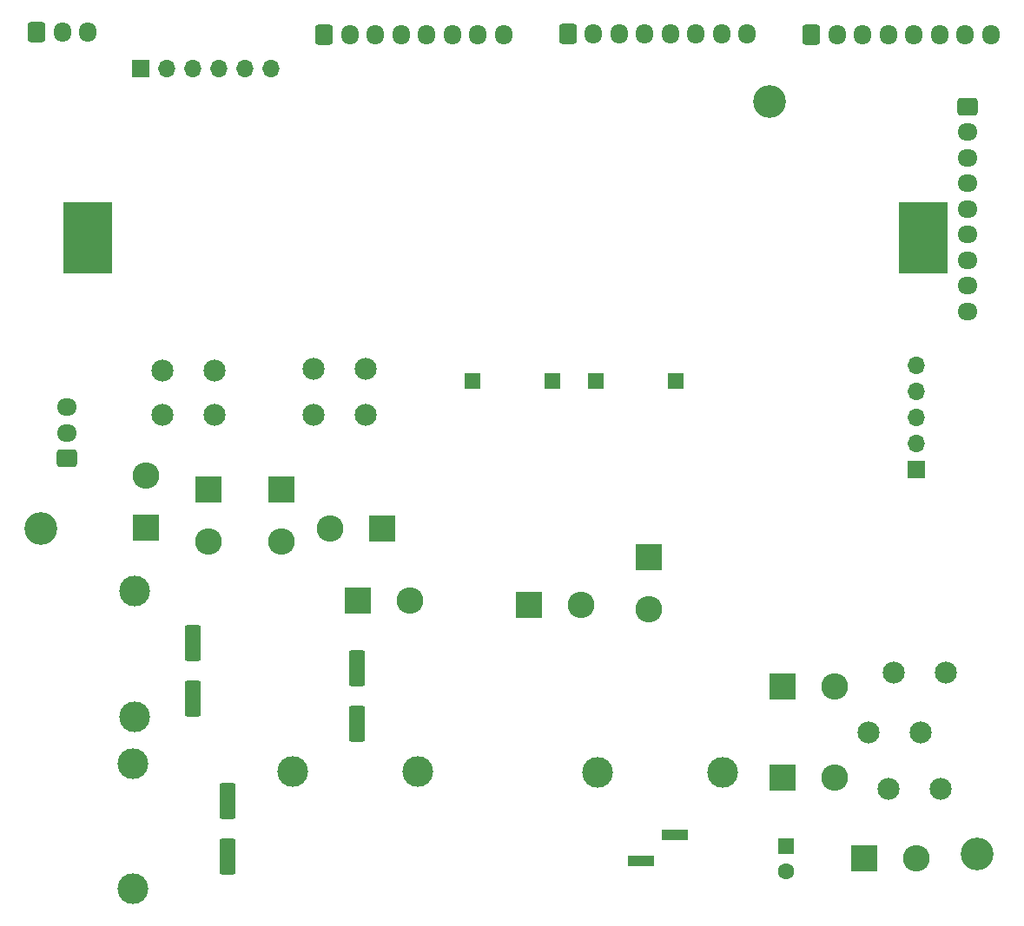
<source format=gbr>
%TF.GenerationSoftware,KiCad,Pcbnew,6.0.5-a6ca702e91~116~ubuntu20.04.1*%
%TF.CreationDate,2022-05-20T12:06:46-05:00*%
%TF.ProjectId,Easyrun,45617379-7275-46e2-9e6b-696361645f70,rev?*%
%TF.SameCoordinates,Original*%
%TF.FileFunction,Soldermask,Bot*%
%TF.FilePolarity,Negative*%
%FSLAX46Y46*%
G04 Gerber Fmt 4.6, Leading zero omitted, Abs format (unit mm)*
G04 Created by KiCad (PCBNEW 6.0.5-a6ca702e91~116~ubuntu20.04.1) date 2022-05-20 12:06:46*
%MOMM*%
%LPD*%
G01*
G04 APERTURE LIST*
G04 Aperture macros list*
%AMRoundRect*
0 Rectangle with rounded corners*
0 $1 Rounding radius*
0 $2 $3 $4 $5 $6 $7 $8 $9 X,Y pos of 4 corners*
0 Add a 4 corners polygon primitive as box body*
4,1,4,$2,$3,$4,$5,$6,$7,$8,$9,$2,$3,0*
0 Add four circle primitives for the rounded corners*
1,1,$1+$1,$2,$3*
1,1,$1+$1,$4,$5*
1,1,$1+$1,$6,$7*
1,1,$1+$1,$8,$9*
0 Add four rect primitives between the rounded corners*
20,1,$1+$1,$2,$3,$4,$5,0*
20,1,$1+$1,$4,$5,$6,$7,0*
20,1,$1+$1,$6,$7,$8,$9,0*
20,1,$1+$1,$8,$9,$2,$3,0*%
G04 Aperture macros list end*
%ADD10RoundRect,0.250000X-0.600000X-0.725000X0.600000X-0.725000X0.600000X0.725000X-0.600000X0.725000X0*%
%ADD11O,1.700000X1.950000*%
%ADD12R,2.600000X2.600000*%
%ADD13O,2.600000X2.600000*%
%ADD14C,3.200000*%
%ADD15C,2.145000*%
%ADD16C,3.000000*%
%ADD17RoundRect,0.250000X-0.725000X0.600000X-0.725000X-0.600000X0.725000X-0.600000X0.725000X0.600000X0*%
%ADD18O,1.950000X1.700000*%
%ADD19R,1.600000X1.600000*%
%ADD20C,1.600000*%
%ADD21RoundRect,0.250000X0.725000X-0.600000X0.725000X0.600000X-0.725000X0.600000X-0.725000X-0.600000X0*%
%ADD22R,1.700000X1.700000*%
%ADD23O,1.700000X1.700000*%
%ADD24R,4.700000X7.000000*%
%ADD25RoundRect,0.250000X0.550000X-1.500000X0.550000X1.500000X-0.550000X1.500000X-0.550000X-1.500000X0*%
%ADD26RoundRect,0.250000X-0.550000X1.500000X-0.550000X-1.500000X0.550000X-1.500000X0.550000X1.500000X0*%
%ADD27R,1.500000X1.500000*%
%ADD28R,2.510000X1.000000*%
G04 APERTURE END LIST*
D10*
%TO.C,J_Lector_2*%
X182014000Y-57035500D03*
D11*
X184514000Y-57035500D03*
X187014000Y-57035500D03*
X189514000Y-57035500D03*
X192014000Y-57035500D03*
X194514000Y-57035500D03*
X197014000Y-57035500D03*
X199514000Y-57035500D03*
%TD*%
D12*
%TO.C,D1*%
X140157600Y-105252200D03*
D13*
X135077600Y-105252200D03*
%TD*%
D14*
%TO.C,REF\u002A\u002A*%
X198130000Y-137002200D03*
%TD*%
D10*
%TO.C,J_Lector_1*%
X158265000Y-56997500D03*
D11*
X160765000Y-56997500D03*
X163265000Y-56997500D03*
X165765000Y-56997500D03*
X168265000Y-56997500D03*
X170765000Y-56997500D03*
X173265000Y-56997500D03*
X175765000Y-56997500D03*
%TD*%
D12*
%TO.C,DFly1*%
X187157200Y-137408600D03*
D13*
X192237200Y-137408600D03*
%TD*%
D15*
%TO.C,J_gnd1*%
X192694400Y-125115000D03*
X187614400Y-125115000D03*
%TD*%
D16*
%TO.C,LB3*%
X116075000Y-111375000D03*
X116075000Y-123575000D03*
%TD*%
%TO.C,Lb1*%
X115834000Y-128163000D03*
X115834000Y-140363000D03*
%TD*%
D12*
%TO.C,D3*%
X123220000Y-101405000D03*
D13*
X123220000Y-106485000D03*
%TD*%
D10*
%TO.C,J_Lector_3*%
X134516000Y-57035500D03*
D11*
X137016000Y-57035500D03*
X139516000Y-57035500D03*
X142016000Y-57035500D03*
X144516000Y-57035500D03*
X147016000Y-57035500D03*
X149516000Y-57035500D03*
X152016000Y-57035500D03*
%TD*%
D15*
%TO.C,B1_1*%
X118780400Y-89809000D03*
X123860400Y-89809000D03*
%TD*%
D17*
%TO.C,J_Display1*%
X197257500Y-64070000D03*
D18*
X197257500Y-66570000D03*
X197257500Y-69070000D03*
X197257500Y-71570000D03*
X197257500Y-74070000D03*
X197257500Y-76570000D03*
X197257500Y-79070000D03*
X197257500Y-81570000D03*
X197257500Y-84070000D03*
%TD*%
D15*
%TO.C,J_Tap_1*%
X194594000Y-130633000D03*
X189514000Y-130633000D03*
%TD*%
D14*
%TO.C,REF\u002A\u002A*%
X177962400Y-63600000D03*
%TD*%
D15*
%TO.C,B2_1*%
X133512400Y-89656600D03*
X138592400Y-89656600D03*
%TD*%
%TO.C,B2*%
X133512400Y-94177800D03*
X138592400Y-94177800D03*
%TD*%
D12*
%TO.C,DBoo1*%
X117124000Y-105145000D03*
D13*
X117124000Y-100065000D03*
%TD*%
D12*
%TO.C,D2*%
X166146000Y-108009000D03*
D13*
X166146000Y-113089000D03*
%TD*%
D16*
%TO.C,LB5*%
X143625600Y-128975800D03*
X131425600Y-128975800D03*
%TD*%
D14*
%TO.C,REF\u002A\u002A*%
X106893200Y-105201400D03*
%TD*%
D19*
%TO.C,Crec1*%
X179534000Y-136211621D03*
D20*
X179534000Y-138711621D03*
%TD*%
D12*
%TO.C,D_S1*%
X179188000Y-129520000D03*
D13*
X184268000Y-129520000D03*
%TD*%
D15*
%TO.C,B1*%
X118780400Y-94177800D03*
X123860400Y-94177800D03*
%TD*%
D21*
%TO.C,J_M2*%
X109465000Y-98405000D03*
D18*
X109465000Y-95905000D03*
X109465000Y-93405000D03*
%TD*%
D22*
%TO.C,J_I2C1*%
X192206000Y-99481000D03*
D23*
X192206000Y-96941000D03*
X192206000Y-94401000D03*
X192206000Y-91861000D03*
X192206000Y-89321000D03*
%TD*%
D10*
%TO.C,J_M1*%
X106476000Y-56781500D03*
D11*
X108976000Y-56781500D03*
X111476000Y-56781500D03*
%TD*%
D22*
%TO.C,J_prog1*%
X116596000Y-60402000D03*
D23*
X119136000Y-60402000D03*
X121676000Y-60402000D03*
X124216000Y-60402000D03*
X126756000Y-60402000D03*
X129296000Y-60402000D03*
%TD*%
D12*
%TO.C,DB3*%
X137789200Y-112262600D03*
D13*
X142869200Y-112262600D03*
%TD*%
D12*
%TO.C,DB5*%
X154451600Y-112669000D03*
D13*
X159531600Y-112669000D03*
%TD*%
D16*
%TO.C,Lrec1*%
X173390000Y-129042000D03*
X161190000Y-129042000D03*
%TD*%
D12*
%TO.C,D4*%
X130332000Y-101405000D03*
D13*
X130332000Y-106485000D03*
%TD*%
D15*
%TO.C,J_Tap_2*%
X195102000Y-119333000D03*
X190022000Y-119333000D03*
%TD*%
D12*
%TO.C,D_S2*%
X179166000Y-120630000D03*
D13*
X184246000Y-120630000D03*
%TD*%
D24*
%TO.C,BT1*%
X192941800Y-76911200D03*
X111451800Y-76897200D03*
%TD*%
D25*
%TO.C,CB5*%
X137678000Y-124309800D03*
X137678000Y-118909800D03*
%TD*%
D26*
%TO.C,C_b1*%
X125130400Y-131863800D03*
X125130400Y-137263800D03*
%TD*%
D27*
%TO.C,BRst1*%
X156767200Y-90875800D03*
X148967200Y-90875800D03*
%TD*%
%TO.C,BProg1*%
X160956000Y-90875800D03*
X168756000Y-90875800D03*
%TD*%
D28*
%TO.C,SWRec1*%
X168691000Y-135138000D03*
X165381000Y-137678000D03*
%TD*%
D25*
%TO.C,CB3*%
X121676000Y-121820600D03*
X121676000Y-116420600D03*
%TD*%
M02*

</source>
